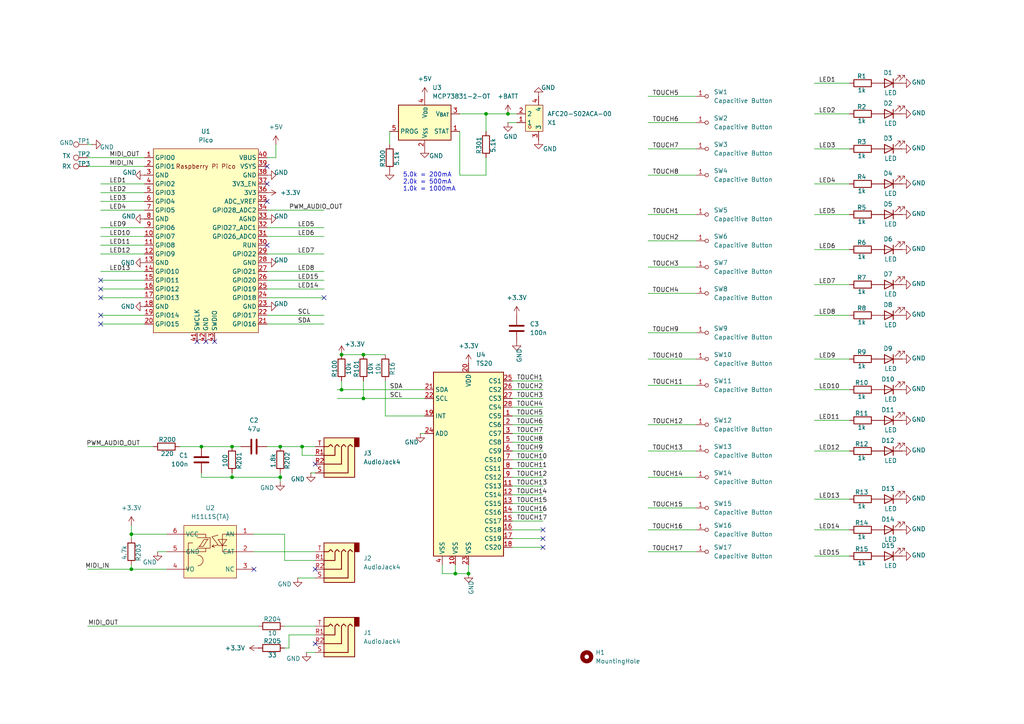
<source format=kicad_sch>
(kicad_sch (version 20231120) (generator "eeschema") (generator_version "8.0")
  (paper "A4")
  (junction (at 105.41 115.57))
  (junction (at 105.41 102.87))
  (junction (at 132.08 166.37))
  (junction (at 99.06 102.87))
  (junction (at 67.31 129.54))
  (junction (at 58.42 129.54))
  (junction (at 38.1 165.1))
  (junction (at 147.32 33.02))
  (junction (at 140.97 33.02))
  (junction (at 38.1 154.94))
  (junction (at 99.06 113.03))
  (junction (at 67.31 138.43))
  (junction (at 135.89 166.37))
  (junction (at 81.28 138.43))
  (junction (at 87.63 129.54))
  (junction (at 81.28 129.54))
  (no_connect (at 62.23 99.06))
  (no_connect (at 93.98 86.36))
  (no_connect (at 29.21 93.98))
  (no_connect (at 59.69 99.06))
  (no_connect (at 57.15 99.06))
  (no_connect (at 157.48 158.75))
  (no_connect (at 77.47 53.34))
  (no_connect (at 29.21 86.36))
  (no_connect (at 91.44 134.62))
  (no_connect (at 77.47 71.12))
  (no_connect (at 77.47 58.42))
  (no_connect (at 29.21 81.28))
  (no_connect (at 77.47 48.26))
  (no_connect (at 73.66 165.1))
  (no_connect (at 91.44 165.1))
  (no_connect (at 157.48 153.67))
  (no_connect (at 29.21 91.44))
  (no_connect (at 91.44 186.69))
  (no_connect (at 157.48 156.21))
  (no_connect (at 29.21 83.82))
  (wire (pts (xy 148.59 133.35) (xy 157.48 133.35)))
  (wire (pts (xy 81.28 138.43) (xy 81.28 137.16)))
  (wire (pts (xy 29.21 81.28) (xy 41.91 81.28)))
  (wire (pts (xy 77.47 91.44) (xy 93.98 91.44)))
  (wire (pts (xy 133.35 38.1) (xy 133.35 50.8)))
  (wire (pts (xy 82.55 154.94) (xy 73.66 154.94)))
  (wire (pts (xy 48.26 160.02) (xy 45.72 160.02)))
  (wire (pts (xy 187.96 130.81) (xy 201.93 130.81)))
  (wire (pts (xy 29.21 78.74) (xy 41.91 78.74)))
  (wire (pts (xy 148.59 128.27) (xy 157.48 128.27)))
  (wire (pts (xy 29.21 53.34) (xy 41.91 53.34)))
  (wire (pts (xy 148.59 110.49) (xy 157.48 110.49)))
  (wire (pts (xy 187.96 43.18) (xy 201.93 43.18)))
  (wire (pts (xy 105.41 110.49) (xy 105.41 115.57)))
  (wire (pts (xy 148.59 135.89) (xy 157.48 135.89)))
  (wire (pts (xy 187.96 50.8) (xy 201.93 50.8)))
  (wire (pts (xy 148.59 158.75) (xy 157.48 158.75)))
  (wire (pts (xy 87.63 129.54) (xy 81.28 129.54)))
  (wire (pts (xy 236.22 121.92) (xy 246.38 121.92)))
  (wire (pts (xy 29.21 60.96) (xy 41.91 60.96)))
  (wire (pts (xy 87.63 132.08) (xy 87.63 129.54)))
  (wire (pts (xy 91.44 184.15) (xy 83.82 184.15)))
  (wire (pts (xy 25.4 45.72) (xy 41.91 45.72)))
  (wire (pts (xy 148.59 146.05) (xy 157.48 146.05)))
  (wire (pts (xy 148.59 143.51) (xy 157.48 143.51)))
  (wire (pts (xy 29.21 55.88) (xy 41.91 55.88)))
  (wire (pts (xy 77.47 86.36) (xy 93.98 86.36)))
  (wire (pts (xy 148.59 130.81) (xy 157.48 130.81)))
  (wire (pts (xy 187.96 138.43) (xy 201.93 138.43)))
  (wire (pts (xy 77.47 83.82) (xy 93.98 83.82)))
  (wire (pts (xy 29.21 83.82) (xy 41.91 83.82)))
  (wire (pts (xy 236.22 153.67) (xy 246.38 153.67)))
  (wire (pts (xy 91.44 129.54) (xy 87.63 129.54)))
  (wire (pts (xy 148.59 113.03) (xy 157.48 113.03)))
  (wire (pts (xy 77.47 81.28) (xy 93.98 81.28)))
  (wire (pts (xy 111.76 120.65) (xy 111.76 110.49)))
  (wire (pts (xy 140.97 45.72) (xy 140.97 50.8)))
  (wire (pts (xy 77.47 60.96) (xy 93.98 60.96)))
  (wire (pts (xy 67.31 137.16) (xy 67.31 138.43)))
  (wire (pts (xy 128.27 163.83) (xy 128.27 166.37)))
  (wire (pts (xy 133.35 33.02) (xy 140.97 33.02)))
  (wire (pts (xy 236.22 104.14) (xy 246.38 104.14)))
  (wire (pts (xy 148.59 151.13) (xy 157.48 151.13)))
  (wire (pts (xy 25.4 165.1) (xy 38.1 165.1)))
  (wire (pts (xy 121.92 125.73) (xy 123.19 125.73)))
  (wire (pts (xy 236.22 113.03) (xy 246.38 113.03)))
  (wire (pts (xy 187.96 160.02) (xy 201.93 160.02)))
  (wire (pts (xy 25.4 129.54) (xy 44.45 129.54)))
  (wire (pts (xy 148.59 125.73) (xy 157.48 125.73)))
  (wire (pts (xy 38.1 156.21) (xy 38.1 154.94)))
  (wire (pts (xy 140.97 33.02) (xy 147.32 33.02)))
  (wire (pts (xy 187.96 104.14) (xy 201.93 104.14)))
  (wire (pts (xy 82.55 162.56) (xy 82.55 154.94)))
  (wire (pts (xy 99.06 102.87) (xy 105.41 102.87)))
  (wire (pts (xy 236.22 82.55) (xy 246.38 82.55)))
  (wire (pts (xy 90.17 137.16) (xy 91.44 137.16)))
  (wire (pts (xy 29.21 86.36) (xy 41.91 86.36)))
  (wire (pts (xy 25.4 41.91) (xy 26.67 41.91)))
  (wire (pts (xy 97.79 113.03) (xy 99.06 113.03)))
  (wire (pts (xy 236.22 72.39) (xy 246.38 72.39)))
  (wire (pts (xy 97.79 115.57) (xy 105.41 115.57)))
  (wire (pts (xy 77.47 73.66) (xy 93.98 73.66)))
  (wire (pts (xy 91.44 189.23) (xy 88.9 189.23)))
  (wire (pts (xy 148.59 148.59) (xy 157.48 148.59)))
  (wire (pts (xy 38.1 163.83) (xy 38.1 165.1)))
  (wire (pts (xy 147.32 33.02) (xy 149.86 33.02)))
  (wire (pts (xy 81.28 129.54) (xy 77.47 129.54)))
  (wire (pts (xy 236.22 43.18) (xy 246.38 43.18)))
  (wire (pts (xy 148.59 138.43) (xy 157.48 138.43)))
  (wire (pts (xy 67.31 129.54) (xy 69.85 129.54)))
  (wire (pts (xy 236.22 62.23) (xy 246.38 62.23)))
  (wire (pts (xy 80.01 45.72) (xy 77.47 45.72)))
  (wire (pts (xy 187.96 96.52) (xy 201.93 96.52)))
  (wire (pts (xy 77.47 93.98) (xy 93.98 93.98)))
  (wire (pts (xy 29.21 66.04) (xy 41.91 66.04)))
  (wire (pts (xy 81.28 138.43) (xy 67.31 138.43)))
  (wire (pts (xy 187.96 35.56) (xy 201.93 35.56)))
  (wire (pts (xy 123.19 120.65) (xy 111.76 120.65)))
  (wire (pts (xy 187.96 85.09) (xy 201.93 85.09)))
  (wire (pts (xy 148.59 115.57) (xy 157.48 115.57)))
  (wire (pts (xy 187.96 69.85) (xy 201.93 69.85)))
  (wire (pts (xy 25.4 48.26) (xy 41.91 48.26)))
  (wire (pts (xy 148.59 153.67) (xy 157.48 153.67)))
  (wire (pts (xy 187.96 153.67) (xy 201.93 153.67)))
  (wire (pts (xy 140.97 33.02) (xy 140.97 38.1)))
  (wire (pts (xy 91.44 132.08) (xy 87.63 132.08)))
  (wire (pts (xy 187.96 27.94) (xy 201.93 27.94)))
  (wire (pts (xy 77.47 78.74) (xy 93.98 78.74)))
  (wire (pts (xy 187.96 62.23) (xy 201.93 62.23)))
  (wire (pts (xy 132.08 163.83) (xy 132.08 166.37)))
  (wire (pts (xy 148.59 123.19) (xy 157.48 123.19)))
  (wire (pts (xy 58.42 129.54) (xy 52.07 129.54)))
  (wire (pts (xy 29.21 68.58) (xy 41.91 68.58)))
  (wire (pts (xy 58.42 137.16) (xy 58.42 138.43)))
  (wire (pts (xy 83.82 184.15) (xy 83.82 187.96)))
  (wire (pts (xy 67.31 129.54) (xy 58.42 129.54)))
  (wire (pts (xy 29.21 71.12) (xy 41.91 71.12)))
  (wire (pts (xy 113.03 38.1) (xy 113.03 41.91)))
  (wire (pts (xy 25.4 181.61) (xy 74.93 181.61)))
  (wire (pts (xy 147.32 35.56) (xy 149.86 35.56)))
  (wire (pts (xy 128.27 166.37) (xy 132.08 166.37)))
  (wire (pts (xy 236.22 144.78) (xy 246.38 144.78)))
  (wire (pts (xy 105.41 102.87) (xy 111.76 102.87)))
  (wire (pts (xy 187.96 123.19) (xy 201.93 123.19)))
  (wire (pts (xy 77.47 66.04) (xy 93.98 66.04)))
  (wire (pts (xy 81.28 139.7) (xy 81.28 138.43)))
  (wire (pts (xy 187.96 147.32) (xy 201.93 147.32)))
  (wire (pts (xy 236.22 33.02) (xy 246.38 33.02)))
  (wire (pts (xy 148.59 156.21) (xy 157.48 156.21)))
  (wire (pts (xy 73.66 160.02) (xy 91.44 160.02)))
  (wire (pts (xy 148.59 118.11) (xy 157.48 118.11)))
  (wire (pts (xy 91.44 181.61) (xy 82.55 181.61)))
  (wire (pts (xy 135.89 163.83) (xy 135.89 166.37)))
  (wire (pts (xy 99.06 113.03) (xy 123.19 113.03)))
  (wire (pts (xy 105.41 115.57) (xy 123.19 115.57)))
  (wire (pts (xy 236.22 24.13) (xy 246.38 24.13)))
  (wire (pts (xy 148.59 140.97) (xy 157.48 140.97)))
  (wire (pts (xy 77.47 68.58) (xy 93.98 68.58)))
  (wire (pts (xy 29.21 58.42) (xy 41.91 58.42)))
  (wire (pts (xy 148.59 120.65) (xy 157.48 120.65)))
  (wire (pts (xy 48.26 154.94) (xy 38.1 154.94)))
  (wire (pts (xy 80.01 41.91) (xy 80.01 45.72)))
  (wire (pts (xy 29.21 91.44) (xy 41.91 91.44)))
  (wire (pts (xy 83.82 187.96) (xy 82.55 187.96)))
  (wire (pts (xy 187.96 111.76) (xy 201.93 111.76)))
  (wire (pts (xy 29.21 73.66) (xy 41.91 73.66)))
  (wire (pts (xy 38.1 165.1) (xy 48.26 165.1)))
  (wire (pts (xy 86.36 167.64) (xy 91.44 167.64)))
  (wire (pts (xy 99.06 110.49) (xy 99.06 113.03)))
  (wire (pts (xy 133.35 50.8) (xy 140.97 50.8)))
  (wire (pts (xy 236.22 130.81) (xy 246.38 130.81)))
  (wire (pts (xy 58.42 138.43) (xy 67.31 138.43)))
  (wire (pts (xy 82.55 162.56) (xy 91.44 162.56)))
  (wire (pts (xy 236.22 91.44) (xy 246.38 91.44)))
  (wire (pts (xy 29.21 93.98) (xy 41.91 93.98)))
  (wire (pts (xy 38.1 152.4) (xy 38.1 154.94)))
  (wire (pts (xy 187.96 77.47) (xy 201.93 77.47)))
  (wire (pts (xy 236.22 161.29) (xy 246.38 161.29)))
  (wire (pts (xy 132.08 166.37) (xy 135.89 166.37)))
  (wire (pts (xy 236.22 53.34) (xy 246.38 53.34)))
  (text "5.0k = 200mA\n2.0k = 500mA\n1.0k = 1000mA" (at 116.84 52.832 0) (effects (font (size 1.27 1.27)) (justify left)))
  (label "TOUCH9" (at 149.86 130.81 0))
  (label "LED13" (at 237.49 144.78 0))
  (label "LED13" (at 31.75 78.74 0))
  (label "LED7" (at 86.36 73.66 0))
  (label "TOUCH6" (at 189.23 35.56 0))
  (label "LED10" (at 237.49 113.03 0))
  (label "LED9" (at 31.75 66.04 0))
  (label "LED1" (at 31.75 53.34 0))
  (label "PWM_AUDIO_OUT" (at 40.64 129.54 180))
  (label "LED7" (at 237.49 82.55 0))
  (label "TOUCH3" (at 189.23 77.47 0))
  (label "TOUCH7" (at 189.23 43.18 0))
  (label "TOUCH2" (at 189.23 69.85 0))
  (label "MIDI_OUT" (at 34.29 181.61 180))
  (label "MIDI_OUT" (at 31.75 45.72 0))
  (label "LED11" (at 31.75 71.12 0))
  (label "TOUCH15" (at 149.86 146.05 0))
  (label "TOUCH5" (at 149.86 120.65 0))
  (label "TOUCH14" (at 149.86 143.51 0))
  (label "LED15" (at 237.49 161.29 0))
  (label "LED9" (at 237.49 104.14 0))
  (label "TOUCH6" (at 149.86 123.19 0))
  (label "TOUCH2" (at 149.86 113.03 0))
  (label "TOUCH14" (at 189.23 138.43 0))
  (label "TOUCH1" (at 189.23 62.23 0))
  (label "LED3" (at 237.49 43.18 0))
  (label "TOUCH16" (at 189.23 153.67 0))
  (label "TOUCH9" (at 189.23 96.52 0))
  (label "LED15" (at 86.36 81.28 0))
  (label "SCL" (at 86.36 91.44 0))
  (label "TOUCH8" (at 189.23 50.8 0))
  (label "LED8" (at 237.49 91.44 0))
  (label "TOUCH3" (at 149.86 115.57 0))
  (label "SDA" (at 86.36 93.98 0))
  (label "LED6" (at 86.36 68.58 0))
  (label "LED5" (at 237.49 62.23 0))
  (label "TOUCH12" (at 149.86 138.43 0))
  (label "LED2" (at 31.75 55.88 0))
  (label "TOUCH10" (at 189.23 104.14 0))
  (label "LED1" (at 237.49 24.13 0))
  (label "LED11" (at 237.49 121.92 0))
  (label "LED14" (at 237.49 153.67 0))
  (label "TOUCH11" (at 149.86 135.89 0))
  (label "LED2" (at 237.49 33.02 0))
  (label "TOUCH5" (at 189.23 27.94 0))
  (label "TOUCH13" (at 189.23 130.81 0))
  (label "PWM_AUDIO_OUT" (at 83.82 60.96 0))
  (label "TOUCH11" (at 189.23 111.76 0))
  (label "TOUCH1" (at 149.86 110.49 0))
  (label "TOUCH17" (at 189.23 160.02 0))
  (label "TOUCH7" (at 149.86 125.73 0))
  (label "LED10" (at 31.75 68.58 0))
  (label "SCL" (at 113.03 115.57 0))
  (label "LED14" (at 86.36 83.82 0))
  (label "TOUCH16" (at 149.86 148.59 0))
  (label "TOUCH17" (at 149.86 151.13 0))
  (label "LED6" (at 237.49 72.39 0))
  (label "TOUCH15" (at 189.23 147.32 0))
  (label "LED4" (at 31.75 60.96 0))
  (label "TOUCH8" (at 149.86 128.27 0))
  (label "TOUCH10" (at 149.86 133.35 0))
  (label "TOUCH12" (at 189.23 123.19 0))
  (label "TOUCH4" (at 189.23 85.09 0))
  (label "TOUCH4" (at 149.86 118.11 0))
  (label "SDA" (at 113.03 113.03 0))
  (label "LED3" (at 31.75 58.42 0))
  (label "LED12" (at 31.75 73.66 0))
  (label "LED12" (at 237.49 130.81 0))
  (label "MIDI_IN" (at 31.75 48.26 0))
  (label "LED5" (at 86.36 66.04 0))
  (label "MIDI_IN" (at 31.75 165.1 180))
  (label "LED4" (at 237.49 53.34 0))
  (label "LED8" (at 86.36 78.74 0))
  (label "TOUCH13" (at 149.86 140.97 0))
  (symbol (lib_id "Device:R") (at 250.19 82.55 90) (unit 1)
    (property "Reference" "R7" (at 249.936 80.518 90))
    (property "Value" "1k" (at 249.936 84.582 90))
    (property "Footprint" "Resistor_SMD:R_0603_1608Metric" (effects (hide yes)))
    (property "Description" "Resistor" (effects (hide yes)))
  )
  (symbol (lib_id "Connector:TestPoint") (at 25.4 41.91 90) (unit 1) (in_bom no)
    (property "Reference" "TP1" (at 24.384 40.894 90))
    (property "Value" "GND" (at 19.304 41.402 90))
    (property "Footprint" "TestPoint:TestPoint_Pad_D2.0mm" (effects (hide yes)))
    (property "Description" "test point" (effects (hide yes)))
  )
  (symbol (lib_id "Device:R") (at 140.97 41.91 180) (unit 1)
    (property "Reference" "R301" (at 138.938 42.164 90))
    (property "Value" "5.1k" (at 143.002 42.164 90))
    (property "Footprint" "Resistor_SMD:R_0603_1608Metric" (effects (hide yes)))
    (property "Description" "Resistor" (effects (hide yes)))
  )
  (symbol (lib_id "power:GND") (at 113.03 49.53 0) (unit 1)
    (property "Reference" "#PWR020" (effects (hide yes)))
    (property "Value" "GND" (effects (hide yes)))
    (property "Description" "Power symbol creates a global label with name \"GND\" , ground" (effects (hide yes)))
  )
  (symbol (lib_id "Device:LED") (at 257.81 91.44 180) (unit 1)
    (property "Reference" "D8" (at 257.556 88.392 0))
    (property "Value" "LED" (at 258.318 94.234 0))
    (property "Footprint" "todbot_stuff:LED1206_LTST-C230KRKT-cutout" (effects (hide yes)))
    (property "Description" "Light emitting diode" (effects (hide yes)))
    (property "LCSC" "C125107" (effects (hide yes)))
  )
  (symbol (lib_id "SparkFun-Switch:Capacitive Button") (at 201.93 85.09 270) (unit 1) (in_bom no)
    (property "Reference" "SW8" (at 207.01 83.8199 90) (effects (justify left)))
    (property "Value" "Capacitive Button" (at 207.01 86.3599 90) (effects (justify left)))
    (property "Footprint" "SparkFun-Switch:Pad-CapacitiveTouch" (effects (hide yes)))
    (property "Description" "Single Pole Single Throw (SPST) switch" (effects (hide yes)))
  )
  (symbol (lib_id "power:GND") (at 261.62 72.39 90) (unit 1)
    (property "Reference" "#PWR036" (effects (hide yes)))
    (property "Value" "GND" (at 266.446 72.136 90))
    (property "Description" "Power symbol creates a global label with name \"GND\" , ground" (effects (hide yes)))
  )
  (symbol (lib_id "Device:LED") (at 257.81 113.03 180) (unit 1)
    (property "Reference" "D10" (at 257.556 109.982 0))
    (property "Value" "LED" (at 258.318 115.824 0))
    (property "Footprint" "todbot_stuff:LED1206_LTST-C230KRKT-cutout" (effects (hide yes)))
    (property "Description" "Light emitting diode" (effects (hide yes)))
    (property "LCSC" "C125107" (effects (hide yes)))
  )
  (symbol (lib_id "power:+3.3V") (at 135.89 105.41 0) (unit 1)
    (property "Reference" "#PWR023" (effects (hide yes)))
    (property "Value" "+3.3V" (at 135.89 100.33 0))
    (property "Description" "Power symbol creates a global label with name \"+3.3V\"" (effects (hide yes)))
  )
  (symbol (lib_id "Device:R") (at 48.26 129.54 270) (mirror x) (unit 1)
    (property "Reference" "R200" (at 48.514 127.508 90))
    (property "Value" "220" (at 48.514 131.572 90))
    (property "Footprint" "Resistor_SMD:R_0603_1608Metric" (effects (hide yes)))
    (property "Description" "Resistor" (effects (hide yes)))
  )
  (symbol (lib_id "power:GND") (at 123.19 43.18 0) (unit 1)
    (property "Reference" "#PWR022" (effects (hide yes)))
    (property "Value" "GND" (at 126.492 45.212 0))
    (property "Description" "Power symbol creates a global label with name \"GND\" , ground" (effects (hide yes)))
  )
  (symbol (lib_id "power:GND") (at 261.62 121.92 90) (unit 1)
    (property "Reference" "#PWR041" (effects (hide yes)))
    (property "Value" "GND" (at 266.446 121.666 90))
    (property "Description" "Power symbol creates a global label with name \"GND\" , ground" (effects (hide yes)))
  )
  (symbol (lib_id "power:GND") (at 261.62 104.14 90) (unit 1)
    (property "Reference" "#PWR039" (effects (hide yes)))
    (property "Value" "GND" (at 266.446 103.886 90))
    (property "Description" "Power symbol creates a global label with name \"GND\" , ground" (effects (hide yes)))
  )
  (symbol (lib_id "power:GND") (at 41.91 50.8 270) (unit 1)
    (property "Reference" "#PWR03" (effects (hide yes)))
    (property "Value" "GND" (at 37.592 50.038 90))
    (property "Description" "Power symbol creates a global label with name \"GND\" , ground" (effects (hide yes)))
  )
  (symbol (lib_id "power:GND") (at 156.21 27.94 180) (unit 1)
    (property "Reference" "#PWR029" (effects (hide yes)))
    (property "Value" "GND" (at 159.004 25.4 0))
    (property "Description" "Power symbol creates a global label with name \"GND\" , ground" (effects (hide yes)))
  )
  (symbol (lib_id "Device:LED") (at 257.81 144.78 180) (unit 1)
    (property "Reference" "D13" (at 257.556 141.732 0))
    (property "Value" "LED" (at 258.318 147.574 0))
    (property "Footprint" "todbot_stuff:LED1206_LTST-C230KRKT-cutout" (effects (hide yes)))
    (property "Description" "Light emitting diode" (effects (hide yes)))
    (property "LCSC" "C125107" (effects (hide yes)))
  )
  (symbol (lib_id "power:GND") (at 41.91 63.5 270) (unit 1)
    (property "Reference" "#PWR04" (effects (hide yes)))
    (property "Value" "GND" (at 37.338 62.738 90))
    (property "Description" "Power symbol creates a global label with name \"GND\" , ground" (effects (hide yes)))
  )
  (symbol (lib_id "Device:LED") (at 257.81 104.14 180) (unit 1)
    (property "Reference" "D9" (at 257.556 101.092 0))
    (property "Value" "LED" (at 258.318 106.934 0))
    (property "Footprint" "todbot_stuff:LED1206_LTST-C230KRKT-cutout" (effects (hide yes)))
    (property "Description" "Light emitting diode" (effects (hide yes)))
    (property "LCSC" "C125107" (effects (hide yes)))
  )
  (symbol (lib_id "Device:R") (at 250.19 91.44 90) (unit 1)
    (property "Reference" "R8" (at 249.936 89.408 90))
    (property "Value" "1k" (at 249.936 93.472 90))
    (property "Footprint" "Resistor_SMD:R_0603_1608Metric" (effects (hide yes)))
    (property "Description" "Resistor" (effects (hide yes)))
  )
  (symbol (lib_id "Connector_Audio:AudioJack4") (at 96.52 165.1 180) (unit 1)
    (property "Reference" "J2" (at 105.41 161.9249 0) (effects (justify right)))
    (property "Value" "AudioJack4" (at 105.41 164.4649 0) (effects (justify right)))
    (property "Footprint" "todbot_stuff:Jack_3.5mm_PJ320D_Horizontal" (effects (hide yes)))
    (property "Description" "Audio Jack, 4 Poles (TRRS)" (effects (hide yes)))
  )
  (symbol (lib_id "Device:C") (at 73.66 129.54 270) (mirror x) (unit 1)
    (property "Reference" "C2" (at 73.66 121.92 90))
    (property "Value" "47u" (at 73.66 124.46 90))
    (property "Footprint" "Capacitor_SMD:C_0603_1608Metric" (effects (hide yes)))
    (property "Description" "Unpolarized capacitor" (effects (hide yes)))
  )
  (symbol (lib_id "power:GND") (at 261.62 161.29 90) (unit 1)
    (property "Reference" "#PWR045" (effects (hide yes)))
    (property "Value" "GND" (at 266.446 161.036 90))
    (property "Description" "Power symbol creates a global label with name \"GND\" , ground" (effects (hide yes)))
  )
  (symbol (lib_id "Device:R") (at 250.19 72.39 90) (unit 1)
    (property "Reference" "R6" (at 249.936 70.358 90))
    (property "Value" "1k" (at 249.936 74.422 90))
    (property "Footprint" "Resistor_SMD:R_0603_1608Metric" (effects (hide yes)))
    (property "Description" "Resistor" (effects (hide yes)))
  )
  (symbol (lib_id "Battery_Management:MCP73831-2-OT") (at 123.19 35.56 0) (unit 1)
    (property "Reference" "U3" (at 125.3841 25.4 0) (effects (justify left)))
    (property "Value" "MCP73831-2-OT" (at 125.3841 27.94 0) (effects (justify left)))
    (property "Footprint" "Package_TO_SOT_SMD:SOT-23-5" (effects (hide yes)))
    (property "Datasheet" "http://ww1.microchip.com/downloads/en/DeviceDoc/20001984g.pdf" (effects (hide yes)))
    (property "Description" "Single cell, Li-Ion/Li-Po charge management controller, 4.20V, Tri-State Status Output, in SOT23-5 package" (effects (hide yes)))
  )
  (symbol (lib_id "power:GND") (at 121.92 125.73 0) (unit 1)
    (property "Reference" "#PWR046" (effects (hide yes)))
    (property "Value" "GND" (at 119.38 128.27 0))
    (property "Description" "Power symbol creates a global label with name \"GND\" , ground" (effects (hide yes)))
  )
  (symbol (lib_id "Device:R") (at 67.31 133.35 0) (mirror x) (unit 1)
    (property "Reference" "R201" (at 69.342 133.604 90))
    (property "Value" "100" (at 65.278 133.604 90))
    (property "Footprint" "Resistor_SMD:R_0603_1608Metric" (effects (hide yes)))
    (property "Description" "Resistor" (effects (hide yes)))
  )
  (symbol (lib_id "Device:R") (at 38.1 160.02 0) (mirror x) (unit 1)
    (property "Reference" "R203" (at 40.132 160.274 90))
    (property "Value" "4.7k" (at 36.068 160.274 90))
    (property "Footprint" "Resistor_SMD:R_0603_1608Metric" (effects (hide yes)))
    (property "Description" "Resistor" (effects (hide yes)))
  )
  (symbol (lib_id "Device:LED") (at 257.81 121.92 180) (unit 1)
    (property "Reference" "D11" (at 257.556 118.872 0))
    (property "Value" "LED" (at 258.318 124.714 0))
    (property "Footprint" "todbot_stuff:LED1206_LTST-C230KRKT-cutout" (effects (hide yes)))
    (property "Description" "Light emitting diode" (effects (hide yes)))
    (property "LCSC" "C125107" (effects (hide yes)))
  )
  (symbol (lib_id "Device:LED") (at 257.81 72.39 180) (unit 1)
    (property "Reference" "D6" (at 257.556 69.342 0))
    (property "Value" "LED" (at 258.318 75.184 0))
    (property "Footprint" "todbot_stuff:LED1206_LTST-C230KRKT-cutout" (effects (hide yes)))
    (property "Description" "Light emitting diode" (effects (hide yes)))
    (property "LCSC" "C125107" (effects (hide yes)))
  )
  (symbol (lib_id "Device:R") (at 250.19 24.13 90) (unit 1)
    (property "Reference" "R1" (at 249.936 22.098 90))
    (property "Value" "1k" (at 249.936 26.162 90))
    (property "Footprint" "Resistor_SMD:R_0603_1608Metric" (effects (hide yes)))
    (property "Description" "Resistor" (effects (hide yes)))
  )
  (symbol (lib_id "Device:LED") (at 257.81 161.29 180) (unit 1)
    (property "Reference" "D15" (at 257.556 158.242 0))
    (property "Value" "LED" (at 258.318 164.084 0))
    (property "Footprint" "todbot_stuff:LED1206_LTST-C230KRKT-cutout" (effects (hide yes)))
    (property "Description" "Light emitting diode" (effects (hide yes)))
    (property "LCSC" "C125107" (effects (hide yes)))
  )
  (symbol (lib_id "Device:R") (at 250.19 33.02 90) (unit 1)
    (property "Reference" "R2" (at 249.936 30.988 90))
    (property "Value" "1k" (at 249.936 35.052 90))
    (property "Footprint" "Resistor_SMD:R_0603_1608Metric" (effects (hide yes)))
    (property "Description" "Resistor" (effects (hide yes)))
  )
  (symbol (lib_id "power:GND") (at 77.47 63.5 90) (unit 1)
    (property "Reference" "#PWR011" (effects (hide yes)))
    (property "Value" "GND" (at 81.534 62.738 90))
    (property "Description" "Power symbol creates a global label with name \"GND\" , ground" (effects (hide yes)))
  )
  (symbol (lib_id "Device:R") (at 250.19 104.14 90) (unit 1)
    (property "Reference" "R9" (at 249.936 102.108 90))
    (property "Value" "1k" (at 249.936 106.172 90))
    (property "Footprint" "Resistor_SMD:R_0603_1608Metric" (effects (hide yes)))
    (property "Description" "Resistor" (effects (hide yes)))
  )
  (symbol (lib_id "power:GND") (at 149.86 99.06 0) (unit 1)
    (property "Reference" "#PWR028" (effects (hide yes)))
    (property "Value" "GND" (at 150.622 103.124 90))
    (property "Description" "Power symbol creates a global label with name \"GND\" , ground" (effects (hide yes)))
  )
  (symbol (lib_id "todbot_stuff:TS20_touch_sensor") (at 135.89 134.62 0) (unit 1)
    (property "Reference" "U4" (at 138.0841 102.87 0) (effects (justify left)))
    (property "Value" "TS20" (at 138.0841 105.41 0) (effects (justify left)))
    (property "Footprint" "Package_SO:TSSOP-28_4.4x9.7mm_P0.65mm" (effects (hide yes)))
    (property "Datasheet" "https://datasheet.lcsc.com/lcsc/1809101824_AD-Semicon-TS20_C95876.pdf" (effects (hide yes)))
    (property "Description" "20ch Touch Sensor controller, TSSOP28" (effects (hide yes)))
  )
  (symbol (lib_id "SparkFun-Switch:Capacitive Button") (at 201.93 69.85 270) (unit 1) (in_bom no)
    (property "Reference" "SW6" (at 207.01 68.5799 90) (effects (justify left)))
    (property "Value" "Capacitive Button" (at 207.01 71.1199 90) (effects (justify left)))
    (property "Footprint" "SparkFun-Switch:Pad-CapacitiveTouch" (effects (hide yes)))
    (property "Description" "Single Pole Single Throw (SPST) switch" (effects (hide yes)))
  )
  (symbol (lib_id "power:GND") (at 88.9 189.23 0) (mirror y) (unit 1)
    (property "Reference" "#PWR017" (effects (hide yes)))
    (property "Value" "GND" (at 85.09 191.008 0))
    (property "Description" "Power symbol creates a global label with name \"GND\" , ground" (effects (hide yes)))
  )
  (symbol (lib_id "power:+3.3V") (at 99.06 102.87 0) (unit 1)
    (property "Reference" "#PWR019" (effects (hide yes)))
    (property "Value" "+3.3V" (at 102.87 99.822 0))
    (property "Description" "Power symbol creates a global label with name \"+3.3V\"" (effects (hide yes)))
  )
  (symbol (lib_id "Device:R") (at 250.19 144.78 90) (unit 1)
    (property "Reference" "R13" (at 249.936 142.748 90))
    (property "Value" "1k" (at 249.936 146.812 90))
    (property "Footprint" "Resistor_SMD:R_0603_1608Metric" (effects (hide yes)))
    (property "Description" "Resistor" (effects (hide yes)))
  )
  (symbol (lib_id "Device:LED") (at 257.81 153.67 180) (unit 1)
    (property "Reference" "D14" (at 257.556 150.622 0))
    (property "Value" "LED" (at 258.318 156.464 0))
    (property "Footprint" "todbot_stuff:LED1206_LTST-C230KRKT-cutout" (effects (hide yes)))
    (property "Description" "Light emitting diode" (effects (hide yes)))
    (property "LCSC" "C125107" (effects (hide yes)))
  )
  (symbol (lib_id "Device:R") (at 250.19 121.92 90) (unit 1)
    (property "Reference" "R11" (at 249.936 119.888 90))
    (property "Value" "1k" (at 249.936 123.952 90))
    (property "Footprint" "Resistor_SMD:R_0603_1608Metric" (effects (hide yes)))
    (property "Description" "Resistor" (effects (hide yes)))
  )
  (symbol (lib_id "power:GND") (at 86.36 167.64 0) (mirror y) (unit 1)
    (property "Reference" "#PWR016" (effects (hide yes)))
    (property "Value" "GND" (at 82.55 169.418 0))
    (property "Description" "Power symbol creates a global label with name \"GND\" , ground" (effects (hide yes)))
  )
  (symbol (lib_id "Device:LED") (at 257.81 62.23 180) (unit 1)
    (property "Reference" "D5" (at 257.556 59.182 0))
    (property "Value" "LED" (at 258.318 65.024 0))
    (property "Footprint" "todbot_stuff:LED1206_LTST-C230KRKT-cutout" (effects (hide yes)))
    (property "Description" "Light emitting diode" (effects (hide yes)))
    (property "LCSC" "C125107" (effects (hide yes)))
  )
  (symbol (lib_id "SparkFun-Switch:Capacitive Button") (at 201.93 111.76 270) (unit 1) (in_bom no)
    (property "Reference" "SW11" (at 207.01 110.4899 90) (effects (justify left)))
    (property "Value" "Capacitive Button" (at 207.01 113.0299 90) (effects (justify left)))
    (property "Footprint" "SparkFun-Switch:Pad-CapacitiveTouch" (effects (hide yes)))
    (property "Description" "Single Pole Single Throw (SPST) switch" (effects (hide yes)))
  )
  (symbol (lib_id "power:GND") (at 261.62 91.44 90) (unit 1)
    (property "Reference" "#PWR038" (effects (hide yes)))
    (property "Value" "GND" (at 266.446 91.186 90))
    (property "Description" "Power symbol creates a global label with name \"GND\" , ground" (effects (hide yes)))
  )
  (symbol (lib_id "power:GND") (at 26.67 41.91 90) (unit 1)
    (property "Reference" "#PWR01" (effects (hide yes)))
    (property "Value" "GND" (at 30.988 42.672 90))
    (property "Description" "Power symbol creates a global label with name \"GND\" , ground" (effects (hide yes)))
  )
  (symbol (lib_id "power:GND") (at 261.62 53.34 90) (unit 1)
    (property "Reference" "#PWR034" (effects (hide yes)))
    (property "Value" "GND" (at 266.446 53.086 90))
    (property "Description" "Power symbol creates a global label with name \"GND\" , ground" (effects (hide yes)))
  )
  (symbol (lib_id "Device:R") (at 250.19 130.81 90) (unit 1)
    (property "Reference" "R12" (at 249.936 128.778 90))
    (property "Value" "1k" (at 249.936 132.842 90))
    (property "Footprint" "Resistor_SMD:R_0603_1608Metric" (effects (hide yes)))
    (property "Description" "Resistor" (effects (hide yes)))
  )
  (symbol (lib_id "Device:R") (at 78.74 187.96 270) (mirror x) (unit 1)
    (property "Reference" "R205" (at 78.994 185.928 90))
    (property "Value" "33" (at 78.994 189.992 90))
    (property "Footprint" "Resistor_SMD:R_0603_1608Metric" (effects (hide yes)))
    (property "Description" "Resistor" (effects (hide yes)))
  )
  (symbol (lib_id "power:GND") (at 41.91 76.2 270) (unit 1)
    (property "Reference" "#PWR05" (effects (hide yes)))
    (property "Value" "GND" (at 37.084 76.2 90))
    (property "Description" "Power symbol creates a global label with name \"GND\" , ground" (effects (hide yes)))
  )
  (symbol (lib_id "power:GND") (at 261.62 130.81 90) (unit 1)
    (property "Reference" "#PWR042" (effects (hide yes)))
    (property "Value" "GND" (at 266.446 130.556 90))
    (property "Description" "Power symbol creates a global label with name \"GND\" , ground" (effects (hide yes)))
  )
  (symbol (lib_id "power:GND") (at 90.17 137.16 0) (mirror y) (unit 1)
    (property "Reference" "#PWR018" (effects (hide yes)))
    (property "Value" "GND" (at 86.36 138.938 0))
    (property "Description" "Power symbol creates a global label with name \"GND\" , ground" (effects (hide yes)))
  )
  (symbol (lib_id "Connector_Audio:AudioJack4") (at 96.52 134.62 180) (unit 1)
    (property "Reference" "J3" (at 105.41 131.4449 0) (effects (justify right)))
    (property "Value" "AudioJack4" (at 105.41 133.9849 0) (effects (justify right)))
    (property "Footprint" "todbot_stuff:Jack_3.5mm_PJ320D_Horizontal" (effects (hide yes)))
    (property "Description" "Audio Jack, 4 Poles (TRRS)" (effects (hide yes)))
  )
  (symbol (lib_id "power:GND") (at 77.47 76.2 90) (unit 1)
    (property "Reference" "#PWR012" (effects (hide yes)))
    (property "Value" "GND" (at 81.534 75.438 90))
    (property "Description" "Power symbol creates a global label with name \"GND\" , ground" (effects (hide yes)))
  )
  (symbol (lib_id "power:GND") (at 81.28 139.7 0) (mirror y) (unit 1)
    (property "Reference" "#PWR015" (effects (hide yes)))
    (property "Value" "GND" (at 77.47 141.478 0))
    (property "Description" "Power symbol creates a global label with name \"GND\" , ground" (effects (hide yes)))
  )
  (symbol (lib_id "power:GND") (at 77.47 88.9 90) (unit 1)
    (property "Reference" "#PWR013" (effects (hide yes)))
    (property "Value" "GND" (at 81.534 88.138 90))
    (property "Description" "Power symbol creates a global label with name \"GND\" , ground" (effects (hide yes)))
  )
  (symbol (lib_id "power:GND") (at 135.89 166.37 0) (unit 1)
    (property "Reference" "#PWR024" (effects (hide yes)))
    (property "Value" "GND" (at 136.652 170.434 90))
    (property "Description" "Power symbol creates a global label with name \"GND\" , ground" (effects (hide yes)))
  )
  (symbol (lib_id "Connector:TestPoint") (at 25.4 48.26 90) (unit 1) (in_bom no)
    (property "Reference" "TP3" (at 24.384 47.498 90))
    (property "Value" "RX" (at 19.304 48.26 90))
    (property "Footprint" "TestPoint:TestPoint_Pad_D2.0mm" (effects (hide yes)))
    (property "Description" "test point" (effects (hide yes)))
  )
  (symbol (lib_id "SparkFun-Switch:Capacitive Button") (at 201.93 153.67 270) (unit 1) (in_bom no)
    (property "Reference" "SW16" (at 207.01 152.3999 90) (effects (justify left)))
    (property "Value" "Capacitive Button" (at 207.01 154.9399 90) (effects (justify left)))
    (property "Footprint" "todbot_stuff:Pad-CapacitiveTouch-SparkFun-10x5mm-roundrect" (effects (hide yes)))
    (property "Description" "Single Pole Single Throw (SPST) switch" (effects (hide yes)))
  )
  (symbol (lib_id "Device:R") (at 105.41 106.68 180) (unit 1)
    (property "Reference" "R101" (at 103.378 106.934 90))
    (property "Value" "10k" (at 107.442 106.934 90))
    (property "Footprint" "Resistor_SMD:R_0603_1608Metric" (effects (hide yes)))
    (property "Description" "Resistor" (effects (hide yes)))
  )
  (symbol (lib_id "Device:LED") (at 257.81 53.34 180) (unit 1)
    (property "Reference" "D4" (at 257.556 50.292 0))
    (property "Value" "LED" (at 258.318 56.134 0))
    (property "Footprint" "todbot_stuff:LED1206_LTST-C230KRKT-cutout" (effects (hide yes)))
    (property "Description" "Light emitting diode" (effects (hide yes)))
    (property "LCSC" "C125107" (effects (hide yes)))
  )
  (symbol (lib_id "Mechanical:MountingHole") (at 170.18 190.5 0) (unit 1) (exclude_from_sim yes) (in_bom no)
    (property "Reference" "H1" (at 172.72 189.2299 0) (effects (justify left)))
    (property "Value" "MountingHole" (at 172.72 191.7699 0) (effects (justify left)))
    (property "Footprint" "MountingHole:MountingHole_2.5mm" (effects (hide yes)))
    (property "Description" "Mounting Hole without connection" (effects (hide yes)))
  )
  (symbol (lib_id "Device:LED") (at 257.81 82.55 180) (unit 1)
    (property "Reference" "D7" (at 257.556 79.502 0))
    (property "Value" "LED" (at 258.318 85.344 0))
    (property "Footprint" "todbot_stuff:LED1206_LTST-C230KRKT-cutout" (effects (hide yes)))
    (property "Description" "Light emitting diode" (effects (hide yes)))
    (property "LCSC" "C125107" (effects (hide yes)))
  )
  (symbol (lib_id "SparkFun-Switch:Capacitive Button") (at 201.93 96.52 270) (unit 1) (in_bom no)
    (property "Reference" "SW9" (at 207.01 95.2499 90) (effects (justify left)))
    (property "Value" "Capacitive Button" (at 207.01 97.7899 90) (effects (justify left)))
    (property "Footprint" "SparkFun-Switch:Pad-CapacitiveTouch" (effects (hide yes)))
    (property "Description" "Single Pole Single Throw (SPST) switch" (effects (hide yes)))
  )
  (symbol (lib_id "SparkFun-Switch:Capacitive Button") (at 201.93 77.47 270) (unit 1) (in_bom no)
    (property "Reference" "SW7" (at 207.01 76.1999 90) (effects (justify left)))
    (property "Value" "Capacitive Button" (at 207.01 78.7399 90) (effects (justify left)))
    (property "Footprint" "SparkFun-Switch:Pad-CapacitiveTouch" (effects (hide yes)))
    (property "Description" "Single Pole Single Throw (SPST) switch" (effects (hide yes)))
  )
  (symbol (lib_id "Device:R") (at 99.06 106.68 180) (unit 1)
    (property "Reference" "R100" (at 97.028 106.934 90))
    (property "Value" "10k" (at 101.092 106.934 90))
    (property "Footprint" "Resistor_SMD:R_0603_1608Metric" (effects (hide yes)))
    (property "Description" "Resistor" (effects (hide yes)))
  )
  (symbol (lib_id "Device:C") (at 149.86 95.25 0) (unit 1)
    (property "Reference" "C3" (at 153.67 93.9799 0) (effects (justify left)))
    (property "Value" "100n" (at 153.67 96.5199 0) (effects (justify left)))
    (property "Footprint" "Capacitor_SMD:C_0603_1608Metric" (effects (hide yes)))
    (property "Description" "Unpolarized capacitor" (effects (hide yes)))
  )
  (symbol (lib_id "SparkFun-Switch:Capacitive Button") (at 201.93 130.81 270) (unit 1) (in_bom no)
    (property "Reference" "SW13" (at 207.01 129.5399 90) (effects (justify left)))
    (property "Value" "Capacitive Button" (at 207.01 132.0799 90) (effects (justify left)))
    (property "Footprint" "todbot_stuff:Pad-CapacitiveTouch-SparkFun-10x5mm-roundrect" (effects (hide yes)))
    (property "Description" "Single Pole Single Throw (SPST) switch" (effects (hide yes)))
  )
  (symbol (lib_id "Device:R") (at 250.19 113.03 90) (unit 1)
    (property "Reference" "R10" (at 249.936 110.998 90))
    (property "Value" "1k" (at 249.936 115.062 90))
    (property "Footprint" "Resistor_SMD:R_0603_1608Metric" (effects (hide yes)))
    (property "Description" "Resistor" (effects (hide yes)))
  )
  (symbol (lib_id "power:GND") (at 261.62 33.02 90) (unit 1)
    (property "Reference" "#PWR032" (effects (hide yes)))
    (property "Value" "GND" (at 266.446 32.766 90))
    (property "Description" "Power symbol creates a global label with name \"GND\" , ground" (effects (hide yes)))
  )
  (symbol (lib_id "Connector_Audio:AudioJack4") (at 96.52 186.69 180) (unit 1)
    (property "Reference" "J1" (at 105.41 183.5149 0) (effects (justify right)))
    (property "Value" "AudioJack4" (at 105.41 186.0549 0) (effects (justify right)))
    (property "Footprint" "todbot_stuff:Jack_3.5mm_PJ320D_Horizontal" (effects (hide yes)))
    (property "Description" "Audio Jack, 4 Poles (TRRS)" (effects (hide yes)))
  )
  (symbol (lib_id "power:GND") (at 261.62 113.03 90) (unit 1)
    (property "Reference" "#PWR040" (effects (hide yes)))
    (property "Value" "GND" (at 266.446 112.776 90))
    (property "Description" "Power symbol creates a global label with name \"GND\" , ground" (effects (hide yes)))
  )
  (symbol (lib_id "Device:R") (at 111.76 106.68 0) (mirror x) (unit 1)
    (property "Reference" "R16" (at 113.792 106.934 90))
    (property "Value" "10k" (at 109.728 106.934 90))
    (property "Footprint" "Resistor_SMD:R_0603_1608Metric" (effects (hide yes)))
    (property "Description" "Resistor" (effects (hide yes)))
  )
  (symbol (lib_id "power:+3.3V") (at 74.93 187.96 90) (mirror x) (unit 1)
    (property "Reference" "#PWR08" (effects (hide yes)))
    (property "Value" "+3.3V" (at 71.12 187.9599 90) (effects (justify left)))
    (property "Description" "Power symbol creates a global label with name \"+3.3V\"" (effects (hide yes)))
  )
  (symbol (lib_id "power:+3.3V") (at 149.86 91.44 0) (unit 1)
    (property "Reference" "#PWR027" (effects (hide yes)))
    (property "Value" "+3.3V" (at 149.86 86.36 0))
    (property "Description" "Power symbol creates a global label with name \"+3.3V\"" (effects (hide yes)))
  )
  (symbol (lib_id "Device:R") (at 78.74 181.61 270) (mirror x) (unit 1)
    (property "Reference" "R204" (at 78.994 179.578 90))
    (property "Value" "10" (at 78.994 183.642 90))
    (property "Footprint" "Resistor_SMD:R_0603_1608Metric" (effects (hide yes)))
    (property "Description" "Resistor" (effects (hide yes)))
  )
  (symbol (lib_id "power:+3.3V") (at 77.47 55.88 270) (unit 1)
    (property "Reference" "#PWR010" (effects (hide yes)))
    (property "Value" "+3.3V" (at 81.28 55.8799 90) (effects (justify left)))
    (property "Description" "Power symbol creates a global label with name \"+3.3V\"" (effects (hide yes)))
  )
  (symbol (lib_id "SparkFun-Switch:Capacitive Button") (at 201.93 123.19 270) (unit 1) (in_bom no)
    (property "Reference" "SW12" (at 207.01 121.9199 90) (effects (justify left)))
    (property "Value" "Capacitive Button" (at 207.01 124.4599 90) (effects (justify left)))
    (property "Footprint" "todbot_stuff:Pad-CapacitiveTouch-SparkFun-10x5mm-roundrect" (effects (hide yes)))
    (property "Description" "Single Pole Single Throw (SPST) switch" (effects (hide yes)))
  )
  (symbol (lib_id "power:+5V") (at 80.01 41.91 0) (unit 1)
    (property "Reference" "#PWR014" (effects (hide yes)))
    (property "Value" "+5V" (at 80.01 36.83 0))
    (property "Description" "Power symbol creates a global label with name \"+5V\"" (effects (hide yes)))
  )
  (symbol (lib_id "Device:R") (at 81.28 133.35 0) (mirror x) (unit 1)
    (property "Reference" "R202" (at 83.312 133.604 90))
    (property "Value" "1.8k" (at 79.248 133.604 90))
    (property "Footprint" "Resistor_SMD:R_0603_1608Metric" (effects (hide yes)))
    (property "Description" "Resistor" (effects (hide yes)))
  )
  (symbol (lib_id "power:GND") (at 261.62 153.67 90) (unit 1)
    (property "Reference" "#PWR044" (effects (hide yes)))
    (property "Value" "GND" (at 266.446 153.416 90))
    (property "Description" "Power symbol creates a global label with name \"GND\" , ground" (effects (hide yes)))
  )
  (symbol (lib_id "Device:R") (at 113.03 45.72 180) (unit 1)
    (property "Reference" "R300" (at 110.998 45.974 90))
    (property "Value" "5.1k" (at 115.062 45.974 90))
    (property "Footprint" "Resistor_SMD:R_0603_1608Metric" (effects (hide yes)))
    (property "Description" "Resistor" (effects (hide yes)))
  )
  (symbol (lib_id "easyeda2kicad:AFC20-S02ACA-00") (at 154.94 34.29 0) (mirror x) (unit 1)
    (property "Reference" "X1" (at 158.75 35.5601 0) (effects (justify left)))
    (property "Value" "AFC20-S02ACA-00" (at 158.75 33.0201 0) (effects (justify left)))
    (property "Footprint" "easyeda2kicad:CONN-SMD_AFC20-S02ACA-00" (effects (hide yes)))
    (property "LCSC Part" "C2764211" (effects (hide yes)))
  )
  (symbol (lib_id "Device:R") (at 250.19 153.67 90) (unit 1)
    (property "Reference" "R14" (at 249.936 151.638 90))
    (property "Value" "1k" (at 249.936 155.702 90))
    (property "Footprint" "Resistor_SMD:R_0603_1608Metric" (effects (hide yes)))
    (property "Description" "Resistor" (effects (hide yes)))
  )
  (symbol (lib_id "SparkFun-Switch:Capacitive Button") (at 201.93 27.94 270) (unit 1) (in_bom no)
    (property "Reference" "SW1" (at 207.01 26.6699 90) (effects (justify left)))
    (property "Value" "Capacitive Button" (at 207.01 29.2099 90) (effects (justify left)))
    (property "Footprint" "SparkFun-Switch:Pad-CapacitiveTouch" (effects (hide yes)))
    (property "Description" "Single Pole Single Throw (SPST) switch" (effects (hide yes)))
  )
  (symbol (lib_id "power:GND") (at 156.21 40.64 0) (unit 1)
    (property "Reference" "#PWR030" (effects (hide yes)))
    (property "Value" "GND" (at 159.512 43.18 0))
    (property "Description" "Power symbol creates a global label with name \"GND\" , ground" (effects (hide yes)))
  )
  (symbol (lib_id "SparkFun-Switch:Capacitive Button") (at 201.93 138.43 270) (unit 1) (in_bom no)
    (property "Reference" "SW14" (at 207.01 137.1599 90) (effects (justify left)))
    (property "Value" "Capacitive Button" (at 207.01 139.6999 90) (effects (justify left)))
    (property "Footprint" "todbot_stuff:Pad-CapacitiveTouch-SparkFun-10x5mm-roundrect" (effects (hide yes)))
    (property "Description" "Single Pole Single Throw (SPST) switch" (effects (hide yes)))
  )
  (symbol (lib_id "Device:LED") (at 257.81 24.13 180) (unit 1)
    (property "Reference" "D1" (at 257.556 21.082 0))
    (property "Value" "LED" (at 258.318 26.924 0))
    (property "Footprint" "todbot_stuff:LED1206_LTST-C230KRKT-cutout" (effects (hide yes)))
    (property "Description" "Light emitting diode" (effects (hide yes)))
    (property "LCSC" "C125107" (effects (hide yes)))
  )
  (symbol (lib_id "SparkFun-Switch:Capacitive Button") (at 201.93 50.8 270) (unit 1) (in_bom no)
    (property "Reference" "SW4" (at 207.01 49.5299 90) (effects (justify left)))
    (property "Value" "Capacitive Button" (at 207.01 52.0699 90) (effects (justify left)))
    (property "Footprint" "SparkFun-Switch:Pad-CapacitiveTouch" (effects (hide yes)))
    (property "Description" "Single Pole Single Throw (SPST) switch" (effects (hide yes)))
  )
  (symbol (lib_id "Device:R") (at 250.19 161.29 90) (unit 1)
    (property "Reference" "R15" (at 249.936 159.258 90))
    (property "Value" "1k" (at 249.936 163.322 90))
    (property "Footprint" "Resistor_SMD:R_0603_1608Metric" (effects (hide yes)))
    (property "Description" "Resistor" (effects (hide yes)))
  )
  (symbol (lib_id "Connector:TestPoint") (at 25.4 45.72 90) (unit 1) (in_bom no)
    (property "Reference" "TP2" (at 24.384 44.704 90))
    (property "Value" "TX" (at 19.304 45.212 90))
    (property "Footprint" "TestPoint:TestPoint_Pad_D2.0mm" (effects (hide yes)))
    (property "Description" "test point" (effects (hide yes)))
  )
  (symbol (lib_id "SparkFun-Switch:Capacitive Button") (at 201.93 43.18 270) (unit 1) (in_bom no)
    (property "Reference" "SW3" (at 207.01 41.9099 90) (effects (justify left)))
    (property "Value" "Capacitive Button" (at 207.01 44.4499 90) (effects (justify left)))
    (property "Footprint" "SparkFun-Switch:Pad-CapacitiveTouch" (effects (hide yes)))
    (property "Description" "Single Pole Single Throw (SPST) switch" (effects (hide yes)))
  )
  (symbol (lib_id "SparkFun-Switch:Capacitive Button") (at 201.93 62.23 270) (unit 1) (in_bom no)
    (property "Reference" "SW5" (at 207.01 60.9599 90) (effects (justify left)))
    (property "Value" "Capacitive Button" (at 207.01 63.4999 90) (effects (justify left)))
    (property "Footprint" "SparkFun-Switch:Pad-CapacitiveTouch" (effects (hide yes)))
    (property "Description" "Single Pole Single Throw (SPST) switch" (effects (hide yes)))
  )
  (symbol (lib_id "SparkFun-Switch:Capacitive Button") (at 201.93 160.02 270) (unit 1) (in_bom no)
    (property "Reference" "SW17" (at 207.01 158.7499 90) (effects (justify left)))
    (property "Value" "Capacitive Button" (at 207.01 161.2899 90) (effects (justify left)))
    (property "Footprint" "todbot_stuff:Pad-CapacitiveTouch-SparkFun-10x5mm-roundrect" (effects (hide yes)))
    (property "Description" "Single Pole Single Throw (SPST) switch" (effects (hide yes)))
  )
  (symbol (lib_id "power:GND") (at 147.32 35.56 0) (unit 1)
    (property "Reference" "#PWR026" (effects (hide yes)))
    (property "Value" "GND" (at 148.082 39.624 0))
    (property "Description" "Power symbol creates a global label with name \"GND\" , ground" (effects (hide yes)))
  )
  (symbol (lib_id "easyeda2kicad:H11L1S(TA)") (at 60.96 160.02 0) (mirror x) (unit 1)
    (property "Reference" "U2" (at 60.96 147.32 0))
    (property "Value" "H11L1S(TA)" (at 60.96 149.86 0))
    (property "Footprint" "easyeda2kicad:SMD-6_L7.3-W6.5-P2.54-LS10.2-BL" (effects (hide yes)))
    (property "Datasheet" "https://lcsc.com/product-detail/SMD-Optocouplers_H11L1S-TA_C78589.html" (effects (hide yes)))
    (property "LCSC Part" "C78589" (effects (hide yes)))
  )
  (symbol (lib_id "power:GND") (at 261.62 62.23 90) (unit 1)
    (property "Reference" "#PWR035" (effects (hide yes)))
    (property "Value" "GND" (at 266.446 61.976 90))
    (property "Description" "Power symbol creates a global label with name \"GND\" , ground" (effects (hide yes)))
  )
  (symbol (lib_id "power:GND") (at 45.72 160.02 0) (mirror y) (unit 1)
    (property "Reference" "#PWR07" (effects (hide yes)))
    (property "Value" "GND" (at 43.434 163.068 0))
    (property "Description" "Power symbol creates a global label with name \"GND\" , ground" (effects (hide yes)))
  )
  (symbol (lib_id "power:GND") (at 41.91 88.9 270) (unit 1)
    (property "Reference" "#PWR06" (effects (hide yes)))
    (property "Value" "GND" (at 37.084 88.9 90))
    (property "Description" "Power symbol creates a global label with name \"GND\" , ground" (effects (hide yes)))
  )
  (symbol (lib_id "Device:C") (at 58.42 133.35 0) (mirror y) (unit 1)
    (property "Reference" "C1" (at 54.61 132.0799 0) (effects (justify left)))
    (property "Value" "100n" (at 54.61 134.6199 0) (effects (justify left)))
    (property "Footprint" "Capacitor_SMD:C_0603_1608Metric" (effects (hide yes)))
    (property "Description" "Unpolarized capacitor" (effects (hide yes)))
  )
  (symbol (lib_id "Device:LED") (at 257.81 130.81 180) (unit 1)
    (property "Reference" "D12" (at 257.556 127.762 0))
    (property "Value" "LED" (at 258.318 133.604 0))
    (property "Footprint" "todbot_stuff:LED1206_LTST-C230KRKT-cutout" (effects (hide yes)))
    (property "Description" "Light emitting diode" (effects (hide yes)))
    (property "LCSC" "C125107" (effects (hide yes)))
  )
  (symbol (lib_id "Device:R") (at 250.19 53.34 90) (unit 1)
    (property "Reference" "R4" (at 249.936 51.308 90))
    (property "Value" "1k" (at 249.936 55.372 90))
    (property "Footprint" "Resistor_SMD:R_0603_1608Metric" (effects (hide yes)))
    (property "Description" "Resistor" (effects (hide yes)))
  )
  (symbol (lib_id "power:+BATT") (at 147.32 33.02 0) (mirror y) (unit 1)
    (property "Reference" "#PWR025" (effects (hide yes)))
    (property "Value" "+BATT" (at 147.32 27.94 0))
    (property "Description" "Power symbol creates a global label with name \"+BATT\"" (effects (hide yes)))
  )
  (symbol (lib_id "Device:LED") (at 257.81 43.18 180) (unit 1)
    (property "Reference" "D3" (at 257.556 40.132 0))
    (property "Value" "LED" (at 258.318 45.974 0))
    (property "Footprint" "todbot_stuff:LED1206_LTST-C230KRKT-cutout" (effects (hide yes)))
    (property "Description" "Light emitting diode" (effects (hide yes)))
    (property "LCSC" "C125107" (effects (hide yes)))
  )
  (symbol (lib_id "power:+5V") (at 123.19 27.94 0) (unit 1)
    (property "Reference" "#PWR021" (effects (hide yes)))
    (property "Value" "+5V" (at 123.19 22.86 0))
    (property "Description" "Power symbol creates a global label with name \"+5V\"" (effects (hide yes)))
  )
  (symbol (lib_id "Device:R") (at 250.19 62.23 90) (unit 1)
    (property "Reference" "R5" (at 249.936 60.198 90))
    (property "Value" "1k" (at 249.936 64.262 90))
    (property "Footprint" "Resistor_SMD:R_0603_1608Metric" (effects (hide yes)))
    (property "Description" "Resistor" (effects (hide yes)))
  )
  (symbol (lib_id "Device:LED") (at 257.81 33.02 180) (unit 1)
    (property "Reference" "D2" (at 257.556 29.972 0))
    (property "Value" "LED" (at 258.318 35.814 0))
    (property "Footprint" "todbot_stuff:LED1206_LTST-C230KRKT-cutout" (effects (hide yes)))
    (property "Description" "Light emitting diode" (effects (hide yes)))
    (property "LCSC" "C125107" (effects (hide yes)))
  )
  (symbol (lib_id "power:GND") (at 261.62 24.13 90) (unit 1)
    (property "Reference" "#PWR031" (effects (hide yes)))
    (property "Value" "GND" (at 266.446 23.876 90))
    (property "Description" "Power symbol creates a global label with name \"GND\" , ground" (effects (hide yes)))
  )
  (symbol (lib_id "power:GND") (at 261.62 144.78 90) (unit 1)
    (property "Reference" "#PWR043" (effects (hide yes)))
    (property "Value" "GND" (at 266.446 144.526 90))
    (property "Description" "Power symbol creates a global label with name \"GND\" , ground" (effects (hide yes)))
  )
  (symbol (lib_id "power:GND") (at 261.62 82.55 90) (unit 1)
    (property "Reference" "#PWR037" (effects (hide yes)))
    (property "Value" "GND" (at 266.446 82.296 90))
    (property "Description" "Power symbol creates a global label with name \"GND\" , ground" (effects (hide yes)))
  )
  (symbol (lib_id "power:+3.3V") (at 38.1 152.4 0) (mirror y) (unit 1)
    (property "Reference" "#PWR02" (effects (hide yes)))
    (property "Value" "+3.3V" (at 38.1 147.32 0))
    (property "Description" "Power symbol creates a global label with name \"+3.3V\"" (effects (hide yes)))
  )
  (symbol (lib_id "MCU_RaspberryPi_and_Boards:Pico") (at 59.69 69.85 0) (unit 1)
    (property "Reference" "U1" (at 59.69 38.1 0))
    (property "Value" "Pico" (at 59.69 40.64 0))
    (property "Footprint" "todbot_RPI_Pico:RPi_Pico_SMD" (effects (hide yes)))
  )
  (symbol (lib_id "SparkFun-Switch:Capacitive Button") (at 201.93 147.32 270) (unit 1) (in_bom no)
    (property "Reference" "SW15" (at 207.01 146.0499 90) (effects (justify left)))
    (property "Value" "Capacitive Button" (at 207.01 148.5899 90) (effects (justify left)))
    (property "Footprint" "todbot_stuff:Pad-CapacitiveTouch-SparkFun-10x5mm-roundrect" (effects (hide yes)))
    (property "Description" "Single Pole Single Throw (SPST) switch" (effects (hide yes)))
  )
  (symbol (lib_id "power:GND") (at 261.62 43.18 90) (unit 1)
    (property "Reference" "#PWR033" (effects (hide yes)))
    (property "Value" "GND" (at 266.446 42.926 90))
    (property "Description" "Power symbol creates a global label with name \"GND\" , ground" (effects (hide yes)))
  )
  (symbol (lib_id "Device:R") (at 250.19 43.18 90) (unit 1)
    (property "Reference" "R3" (at 249.936 41.148 90))
    (property "Value" "1k" (at 249.936 45.212 90))
    (property "Footprint" "Resistor_SMD:R_0603_1608Metric" (effects (hide yes)))
    (property "Description" "Resistor" (effects (hide yes)))
  )
  (symbol (lib_id "power:GND") (at 77.47 50.8 90) (unit 1)
    (property "Reference" "#PWR09" (effects (hide yes)))
    (property "Value" "GND" (at 81.534 50.038 90))
    (property "Description" "Power symbol creates a global label with name \"GND\" , ground" (effects (hide yes)))
  )
  (symbol (lib_id "SparkFun-Switch:Capacitive Button") (at 201.93 104.14 270) (unit 1) (in_bom no)
    (property "Reference" "SW10" (at 207.01 102.8699 90) (effects (justify left)))
    (property "Value" "Capacitive Button" (at 207.01 105.4099 90) (effects (justify left)))
    (property "Footprint" "SparkFun-Switch:Pad-CapacitiveTouch" (effects (hide yes)))
    (property "Description" "Single Pole Single Throw (SPST) switch" (effects (hide yes)))
  )
  (symbol (lib_id "SparkFun-Switch:Capacitive Button") (at 201.93 35.56 270) (unit 1) (in_bom no)
    (property "Reference" "SW2" (at 207.01 34.2899 90) (effects (justify left)))
    (property "Value" "Capacitive Button" (at 207.01 36.8299 90) (effects (justify left)))
    (property "Footprint" "SparkFun-Switch:Pad-CapacitiveTouch" (effects (hide yes)))
    (property "Description" "Single Pole Single Throw (SPST) switch" (effects (hide yes)))
  )
)
</source>
